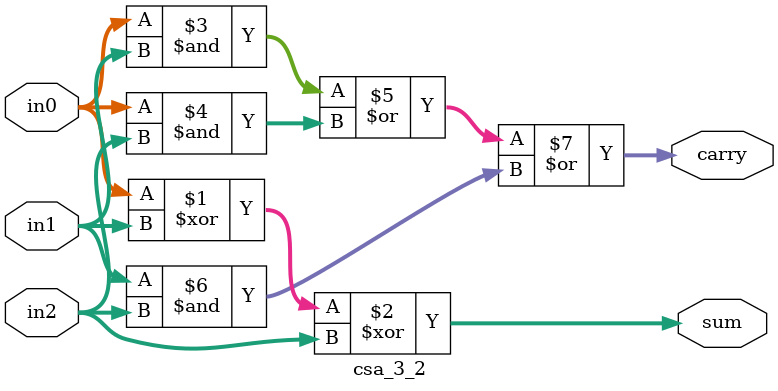
<source format=sv>

module csa_3_2 #(
    parameter integer WIDTH = 32
) (
    input logic [WIDTH-1:0] in0,
    input logic [WIDTH-1:0] in1,
    input logic [WIDTH-1:0] in2,

    output logic [WIDTH-1:0] sum,
    output logic [WIDTH-1:0] carry
);

assign sum = in0 ^ in1 ^ in2; // Propagate
assign carry = (in0 & in1) | (in0 & in2) | (in1 & in2); // Generate


endmodule
</source>
